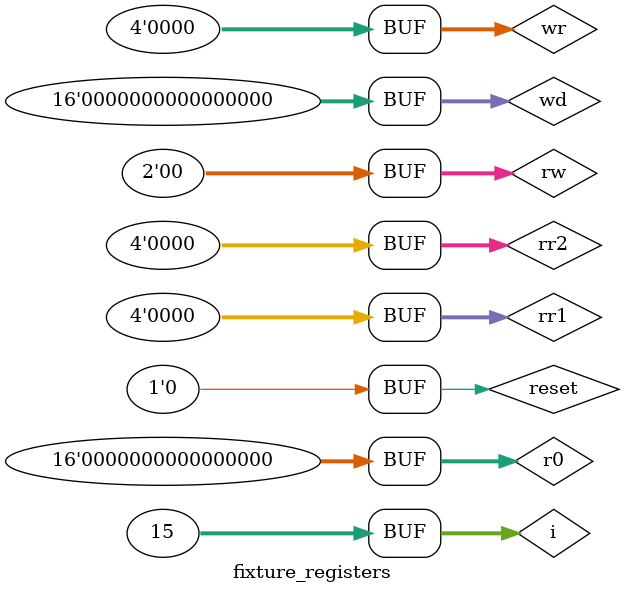
<source format=v>
`include "registers.v"
module fixture_registers();
	reg [3:0] rr1, rr2, wr;
	reg [15:0] wd,r0;
	reg [1:0] rw;
	reg reset;
	
	wire [15:0] rd1, rd2;
	integer i;
	registers uut(
		.read_reg1(rr1),
		.read_reg2(rr2),
		.write_reg(wr),
		.write_data(wd),
		.r0(r0),
		.reg_write(rw),
		.reset(reset),
		.read_data1(rd1),
		.read_data2(rd2)		
	);
	
	initial
		{rr1, rr2, wr, wd, r0, rw, reset} = 0;
	
	always@(*) begin
		#3;
		$display("\n================\n");
		$display("READ REG 1 =  %h", uut.read_reg1);
		$display("READ REG 2 =  %h", uut.read_reg2);
		$display("READ data 1 = %h", uut.read_data1);
		$display("READ data 2 = %h", uut.read_data2);
		$display("R0=           %h", uut.r0);
		$display("reg_write=    %h", uut.reg_write);
		$display("reset=        %h", uut.reset);
		$display("write_reg=    %h", uut.write_reg);
		$display("write_data=   %h", uut.write_data);
	end
	
	initial begin

		#10 		reset = 1;
		#10;
		for (i=0;i<15;i=i+1)
			#10 rr1 = i;
			
		/*#10;
		for (i=0;i<15;i=i+1)
			#10 rr2 = i;*/
	end
endmodule
</source>
